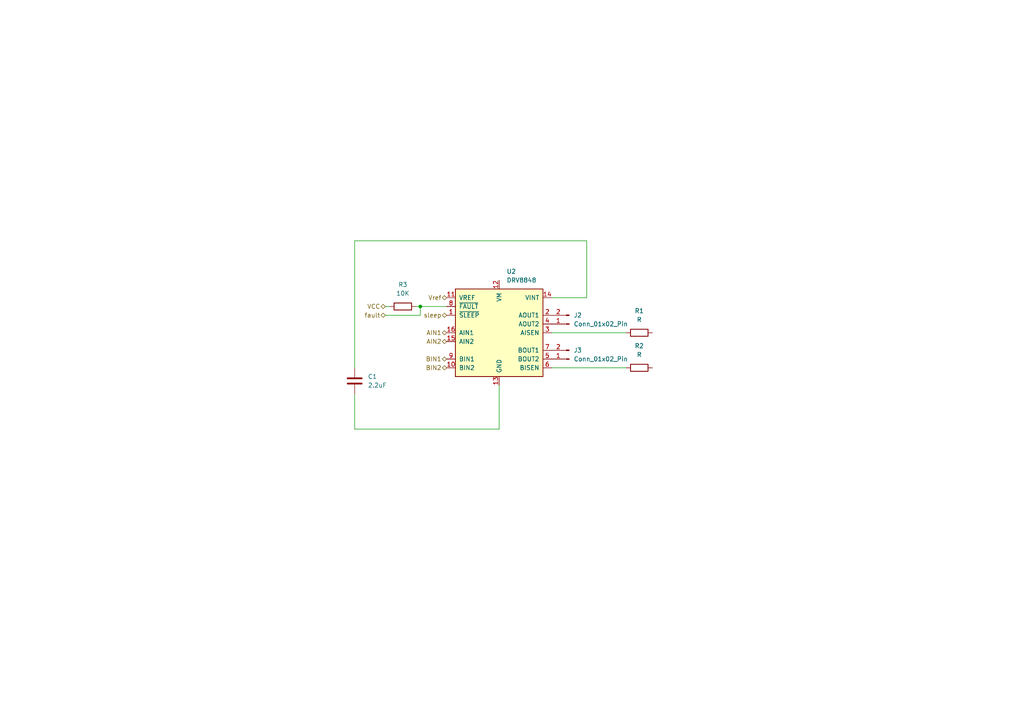
<source format=kicad_sch>
(kicad_sch
	(version 20250114)
	(generator "eeschema")
	(generator_version "9.0")
	(uuid "422b7dc0-f7d7-40f6-9c6d-2337fd7c3eab")
	(paper "A4")
	(lib_symbols
		(symbol "Connector:Conn_01x02_Pin"
			(pin_names
				(offset 1.016)
				(hide yes)
			)
			(exclude_from_sim no)
			(in_bom yes)
			(on_board yes)
			(property "Reference" "J"
				(at 0 2.54 0)
				(effects
					(font
						(size 1.27 1.27)
					)
				)
			)
			(property "Value" "Conn_01x02_Pin"
				(at 0 -5.08 0)
				(effects
					(font
						(size 1.27 1.27)
					)
				)
			)
			(property "Footprint" ""
				(at 0 0 0)
				(effects
					(font
						(size 1.27 1.27)
					)
					(hide yes)
				)
			)
			(property "Datasheet" "~"
				(at 0 0 0)
				(effects
					(font
						(size 1.27 1.27)
					)
					(hide yes)
				)
			)
			(property "Description" "Generic connector, single row, 01x02, script generated"
				(at 0 0 0)
				(effects
					(font
						(size 1.27 1.27)
					)
					(hide yes)
				)
			)
			(property "ki_locked" ""
				(at 0 0 0)
				(effects
					(font
						(size 1.27 1.27)
					)
				)
			)
			(property "ki_keywords" "connector"
				(at 0 0 0)
				(effects
					(font
						(size 1.27 1.27)
					)
					(hide yes)
				)
			)
			(property "ki_fp_filters" "Connector*:*_1x??_*"
				(at 0 0 0)
				(effects
					(font
						(size 1.27 1.27)
					)
					(hide yes)
				)
			)
			(symbol "Conn_01x02_Pin_1_1"
				(rectangle
					(start 0.8636 0.127)
					(end 0 -0.127)
					(stroke
						(width 0.1524)
						(type default)
					)
					(fill
						(type outline)
					)
				)
				(rectangle
					(start 0.8636 -2.413)
					(end 0 -2.667)
					(stroke
						(width 0.1524)
						(type default)
					)
					(fill
						(type outline)
					)
				)
				(polyline
					(pts
						(xy 1.27 0) (xy 0.8636 0)
					)
					(stroke
						(width 0.1524)
						(type default)
					)
					(fill
						(type none)
					)
				)
				(polyline
					(pts
						(xy 1.27 -2.54) (xy 0.8636 -2.54)
					)
					(stroke
						(width 0.1524)
						(type default)
					)
					(fill
						(type none)
					)
				)
				(pin passive line
					(at 5.08 0 180)
					(length 3.81)
					(name "Pin_1"
						(effects
							(font
								(size 1.27 1.27)
							)
						)
					)
					(number "1"
						(effects
							(font
								(size 1.27 1.27)
							)
						)
					)
				)
				(pin passive line
					(at 5.08 -2.54 180)
					(length 3.81)
					(name "Pin_2"
						(effects
							(font
								(size 1.27 1.27)
							)
						)
					)
					(number "2"
						(effects
							(font
								(size 1.27 1.27)
							)
						)
					)
				)
			)
			(embedded_fonts no)
		)
		(symbol "Device:C"
			(pin_numbers
				(hide yes)
			)
			(pin_names
				(offset 0.254)
			)
			(exclude_from_sim no)
			(in_bom yes)
			(on_board yes)
			(property "Reference" "C"
				(at 0.635 2.54 0)
				(effects
					(font
						(size 1.27 1.27)
					)
					(justify left)
				)
			)
			(property "Value" "C"
				(at 0.635 -2.54 0)
				(effects
					(font
						(size 1.27 1.27)
					)
					(justify left)
				)
			)
			(property "Footprint" ""
				(at 0.9652 -3.81 0)
				(effects
					(font
						(size 1.27 1.27)
					)
					(hide yes)
				)
			)
			(property "Datasheet" "~"
				(at 0 0 0)
				(effects
					(font
						(size 1.27 1.27)
					)
					(hide yes)
				)
			)
			(property "Description" "Unpolarized capacitor"
				(at 0 0 0)
				(effects
					(font
						(size 1.27 1.27)
					)
					(hide yes)
				)
			)
			(property "ki_keywords" "cap capacitor"
				(at 0 0 0)
				(effects
					(font
						(size 1.27 1.27)
					)
					(hide yes)
				)
			)
			(property "ki_fp_filters" "C_*"
				(at 0 0 0)
				(effects
					(font
						(size 1.27 1.27)
					)
					(hide yes)
				)
			)
			(symbol "C_0_1"
				(polyline
					(pts
						(xy -2.032 0.762) (xy 2.032 0.762)
					)
					(stroke
						(width 0.508)
						(type default)
					)
					(fill
						(type none)
					)
				)
				(polyline
					(pts
						(xy -2.032 -0.762) (xy 2.032 -0.762)
					)
					(stroke
						(width 0.508)
						(type default)
					)
					(fill
						(type none)
					)
				)
			)
			(symbol "C_1_1"
				(pin passive line
					(at 0 3.81 270)
					(length 2.794)
					(name "~"
						(effects
							(font
								(size 1.27 1.27)
							)
						)
					)
					(number "1"
						(effects
							(font
								(size 1.27 1.27)
							)
						)
					)
				)
				(pin passive line
					(at 0 -3.81 90)
					(length 2.794)
					(name "~"
						(effects
							(font
								(size 1.27 1.27)
							)
						)
					)
					(number "2"
						(effects
							(font
								(size 1.27 1.27)
							)
						)
					)
				)
			)
			(embedded_fonts no)
		)
		(symbol "Device:R"
			(pin_numbers
				(hide yes)
			)
			(pin_names
				(offset 0)
			)
			(exclude_from_sim no)
			(in_bom yes)
			(on_board yes)
			(property "Reference" "R"
				(at 2.032 0 90)
				(effects
					(font
						(size 1.27 1.27)
					)
				)
			)
			(property "Value" "R"
				(at 0 0 90)
				(effects
					(font
						(size 1.27 1.27)
					)
				)
			)
			(property "Footprint" ""
				(at -1.778 0 90)
				(effects
					(font
						(size 1.27 1.27)
					)
					(hide yes)
				)
			)
			(property "Datasheet" "~"
				(at 0 0 0)
				(effects
					(font
						(size 1.27 1.27)
					)
					(hide yes)
				)
			)
			(property "Description" "Resistor"
				(at 0 0 0)
				(effects
					(font
						(size 1.27 1.27)
					)
					(hide yes)
				)
			)
			(property "ki_keywords" "R res resistor"
				(at 0 0 0)
				(effects
					(font
						(size 1.27 1.27)
					)
					(hide yes)
				)
			)
			(property "ki_fp_filters" "R_*"
				(at 0 0 0)
				(effects
					(font
						(size 1.27 1.27)
					)
					(hide yes)
				)
			)
			(symbol "R_0_1"
				(rectangle
					(start -1.016 -2.54)
					(end 1.016 2.54)
					(stroke
						(width 0.254)
						(type default)
					)
					(fill
						(type none)
					)
				)
			)
			(symbol "R_1_1"
				(pin passive line
					(at 0 3.81 270)
					(length 1.27)
					(name "~"
						(effects
							(font
								(size 1.27 1.27)
							)
						)
					)
					(number "1"
						(effects
							(font
								(size 1.27 1.27)
							)
						)
					)
				)
				(pin passive line
					(at 0 -3.81 90)
					(length 1.27)
					(name "~"
						(effects
							(font
								(size 1.27 1.27)
							)
						)
					)
					(number "2"
						(effects
							(font
								(size 1.27 1.27)
							)
						)
					)
				)
			)
			(embedded_fonts no)
		)
		(symbol "Driver_Motor:DRV8848"
			(pin_names
				(offset 1.016)
			)
			(exclude_from_sim no)
			(in_bom yes)
			(on_board yes)
			(property "Reference" "U"
				(at -11.43 14.224 0)
				(effects
					(font
						(size 1.27 1.27)
					)
				)
			)
			(property "Value" "DRV8848"
				(at 7.366 14.224 0)
				(effects
					(font
						(size 1.27 1.27)
					)
				)
			)
			(property "Footprint" "Package_SO:TSSOP-16-1EP_4.4x5mm_P0.65mm"
				(at 0 -17.78 0)
				(effects
					(font
						(size 1.27 1.27)
					)
					(hide yes)
				)
			)
			(property "Datasheet" "http://www.ti.com/lit/ds/symlink/drv8848.pdf"
				(at -29.21 34.29 0)
				(effects
					(font
						(size 1.27 1.27)
					)
					(hide yes)
				)
			)
			(property "Description" "Dual H-Bridge motor driver, PWM controlled, single/dual brushed DC stepper, +2 to +18 VDD, TSSOP-16"
				(at 0 0 0)
				(effects
					(font
						(size 1.27 1.27)
					)
					(hide yes)
				)
			)
			(property "ki_keywords" "Dual H-Bridge motor driver"
				(at 0 0 0)
				(effects
					(font
						(size 1.27 1.27)
					)
					(hide yes)
				)
			)
			(property "ki_fp_filters" "TSSOP*1EP*4.4x5mm*P0.65mm*"
				(at 0 0 0)
				(effects
					(font
						(size 1.27 1.27)
					)
					(hide yes)
				)
			)
			(symbol "DRV8848_0_1"
				(rectangle
					(start -12.7 12.7)
					(end 12.7 -12.7)
					(stroke
						(width 0.254)
						(type default)
					)
					(fill
						(type background)
					)
				)
			)
			(symbol "DRV8848_1_1"
				(pin input line
					(at -15.24 10.16 0)
					(length 2.54)
					(name "VREF"
						(effects
							(font
								(size 1.27 1.27)
							)
						)
					)
					(number "11"
						(effects
							(font
								(size 1.27 1.27)
							)
						)
					)
				)
				(pin open_collector line
					(at -15.24 7.62 0)
					(length 2.54)
					(name "~{FAULT}"
						(effects
							(font
								(size 1.27 1.27)
							)
						)
					)
					(number "8"
						(effects
							(font
								(size 1.27 1.27)
							)
						)
					)
				)
				(pin input line
					(at -15.24 5.08 0)
					(length 2.54)
					(name "~{SLEEP}"
						(effects
							(font
								(size 1.27 1.27)
							)
						)
					)
					(number "1"
						(effects
							(font
								(size 1.27 1.27)
							)
						)
					)
				)
				(pin input line
					(at -15.24 0 0)
					(length 2.54)
					(name "AIN1"
						(effects
							(font
								(size 1.27 1.27)
							)
						)
					)
					(number "16"
						(effects
							(font
								(size 1.27 1.27)
							)
						)
					)
				)
				(pin input line
					(at -15.24 -2.54 0)
					(length 2.54)
					(name "AIN2"
						(effects
							(font
								(size 1.27 1.27)
							)
						)
					)
					(number "15"
						(effects
							(font
								(size 1.27 1.27)
							)
						)
					)
				)
				(pin input line
					(at -15.24 -7.62 0)
					(length 2.54)
					(name "BIN1"
						(effects
							(font
								(size 1.27 1.27)
							)
						)
					)
					(number "9"
						(effects
							(font
								(size 1.27 1.27)
							)
						)
					)
				)
				(pin input line
					(at -15.24 -10.16 0)
					(length 2.54)
					(name "BIN2"
						(effects
							(font
								(size 1.27 1.27)
							)
						)
					)
					(number "10"
						(effects
							(font
								(size 1.27 1.27)
							)
						)
					)
				)
				(pin power_in line
					(at 0 15.24 270)
					(length 2.54)
					(name "VM"
						(effects
							(font
								(size 1.27 1.27)
							)
						)
					)
					(number "12"
						(effects
							(font
								(size 1.27 1.27)
							)
						)
					)
				)
				(pin power_in line
					(at 0 -15.24 90)
					(length 2.54)
					(name "GND"
						(effects
							(font
								(size 1.27 1.27)
							)
						)
					)
					(number "13"
						(effects
							(font
								(size 1.27 1.27)
							)
						)
					)
				)
				(pin passive line
					(at 0 -15.24 90)
					(length 2.54)
					(hide yes)
					(name "GND"
						(effects
							(font
								(size 1.27 1.27)
							)
						)
					)
					(number "17"
						(effects
							(font
								(size 1.27 1.27)
							)
						)
					)
				)
				(pin passive line
					(at 15.24 10.16 180)
					(length 2.54)
					(name "VINT"
						(effects
							(font
								(size 1.27 1.27)
							)
						)
					)
					(number "14"
						(effects
							(font
								(size 1.27 1.27)
							)
						)
					)
				)
				(pin output line
					(at 15.24 5.08 180)
					(length 2.54)
					(name "AOUT1"
						(effects
							(font
								(size 1.27 1.27)
							)
						)
					)
					(number "2"
						(effects
							(font
								(size 1.27 1.27)
							)
						)
					)
				)
				(pin output line
					(at 15.24 2.54 180)
					(length 2.54)
					(name "AOUT2"
						(effects
							(font
								(size 1.27 1.27)
							)
						)
					)
					(number "4"
						(effects
							(font
								(size 1.27 1.27)
							)
						)
					)
				)
				(pin passive line
					(at 15.24 0 180)
					(length 2.54)
					(name "AISEN"
						(effects
							(font
								(size 1.27 1.27)
							)
						)
					)
					(number "3"
						(effects
							(font
								(size 1.27 1.27)
							)
						)
					)
				)
				(pin output line
					(at 15.24 -5.08 180)
					(length 2.54)
					(name "BOUT1"
						(effects
							(font
								(size 1.27 1.27)
							)
						)
					)
					(number "7"
						(effects
							(font
								(size 1.27 1.27)
							)
						)
					)
				)
				(pin output line
					(at 15.24 -7.62 180)
					(length 2.54)
					(name "BOUT2"
						(effects
							(font
								(size 1.27 1.27)
							)
						)
					)
					(number "5"
						(effects
							(font
								(size 1.27 1.27)
							)
						)
					)
				)
				(pin passive line
					(at 15.24 -10.16 180)
					(length 2.54)
					(name "BISEN"
						(effects
							(font
								(size 1.27 1.27)
							)
						)
					)
					(number "6"
						(effects
							(font
								(size 1.27 1.27)
							)
						)
					)
				)
			)
			(embedded_fonts no)
		)
	)
	(junction
		(at 121.92 88.9)
		(diameter 0)
		(color 0 0 0 0)
		(uuid "f4cd7bff-b1d9-47b2-af72-cd86a2ecfc05")
	)
	(wire
		(pts
			(xy 111.76 91.44) (xy 121.92 91.44)
		)
		(stroke
			(width 0)
			(type default)
		)
		(uuid "119586d8-1c7a-42a9-80d6-40a73bcfdf55")
	)
	(wire
		(pts
			(xy 160.02 96.52) (xy 181.61 96.52)
		)
		(stroke
			(width 0)
			(type default)
		)
		(uuid "1d64fc65-b737-476f-9c28-16c71398a82b")
	)
	(wire
		(pts
			(xy 144.78 124.46) (xy 102.87 124.46)
		)
		(stroke
			(width 0)
			(type default)
		)
		(uuid "31490764-800f-4182-960e-5a4971fff901")
	)
	(wire
		(pts
			(xy 102.87 69.85) (xy 170.18 69.85)
		)
		(stroke
			(width 0)
			(type default)
		)
		(uuid "3545ea8a-fef1-4af4-a9a5-7cdf9966d004")
	)
	(wire
		(pts
			(xy 160.02 86.36) (xy 170.18 86.36)
		)
		(stroke
			(width 0)
			(type default)
		)
		(uuid "47afe28f-7610-4e57-9198-961437d4da5d")
	)
	(wire
		(pts
			(xy 102.87 124.46) (xy 102.87 114.3)
		)
		(stroke
			(width 0)
			(type default)
		)
		(uuid "522b04a0-10f6-45ca-99fe-ba05cba2e0ab")
	)
	(wire
		(pts
			(xy 111.76 88.9) (xy 113.03 88.9)
		)
		(stroke
			(width 0)
			(type default)
		)
		(uuid "73228335-fa6a-48e0-8299-c080112a7be2")
	)
	(wire
		(pts
			(xy 144.78 111.76) (xy 144.78 124.46)
		)
		(stroke
			(width 0)
			(type default)
		)
		(uuid "7f1dba92-7866-491b-ae53-2cbc2e3aaf8a")
	)
	(wire
		(pts
			(xy 170.18 86.36) (xy 170.18 69.85)
		)
		(stroke
			(width 0)
			(type default)
		)
		(uuid "bf5bb7aa-a471-4dec-9028-83ab6eed9098")
	)
	(wire
		(pts
			(xy 160.02 106.68) (xy 181.61 106.68)
		)
		(stroke
			(width 0)
			(type default)
		)
		(uuid "d25bfd57-f19f-454e-9c09-136a113f5e61")
	)
	(wire
		(pts
			(xy 102.87 106.68) (xy 102.87 69.85)
		)
		(stroke
			(width 0)
			(type default)
		)
		(uuid "d8410511-169c-4b75-9285-e2ffe7f792ce")
	)
	(wire
		(pts
			(xy 121.92 88.9) (xy 121.92 91.44)
		)
		(stroke
			(width 0)
			(type default)
		)
		(uuid "eaeb24ee-4f71-4500-9e68-d6eaf1e4cefd")
	)
	(wire
		(pts
			(xy 120.65 88.9) (xy 121.92 88.9)
		)
		(stroke
			(width 0)
			(type default)
		)
		(uuid "fce3a248-c688-4ffa-ab94-d80ab130ea7d")
	)
	(wire
		(pts
			(xy 121.92 88.9) (xy 129.54 88.9)
		)
		(stroke
			(width 0)
			(type default)
		)
		(uuid "fdb8be3c-4811-4965-95f0-24e1f2f00990")
	)
	(hierarchical_label "VCC"
		(shape bidirectional)
		(at 111.76 88.9 180)
		(effects
			(font
				(size 1.27 1.27)
			)
			(justify right)
		)
		(uuid "5e18829e-7728-437f-b44e-71e94fe43fd3")
	)
	(hierarchical_label "BIN2"
		(shape bidirectional)
		(at 129.54 106.68 180)
		(effects
			(font
				(size 1.27 1.27)
			)
			(justify right)
		)
		(uuid "62d0dc80-a716-4845-b259-d7929c86c6fc")
	)
	(hierarchical_label "AIN1"
		(shape bidirectional)
		(at 129.54 96.52 180)
		(effects
			(font
				(size 1.27 1.27)
			)
			(justify right)
		)
		(uuid "7c238fcb-0c71-4952-93fe-3188ac25e893")
	)
	(hierarchical_label "Vref"
		(shape bidirectional)
		(at 129.54 86.36 180)
		(effects
			(font
				(size 1.27 1.27)
			)
			(justify right)
		)
		(uuid "a8d067db-70a7-496a-82e0-f989648b1ad3")
	)
	(hierarchical_label "fault"
		(shape bidirectional)
		(at 111.76 91.44 180)
		(effects
			(font
				(size 1.27 1.27)
			)
			(justify right)
		)
		(uuid "b077ff5c-5401-4bb9-b72c-8c1a46f020e4")
	)
	(hierarchical_label "sleep"
		(shape bidirectional)
		(at 129.54 91.44 180)
		(effects
			(font
				(size 1.27 1.27)
			)
			(justify right)
		)
		(uuid "c6fb0f9d-fd86-454f-816b-c871ad87b2d0")
	)
	(hierarchical_label "AIN2"
		(shape bidirectional)
		(at 129.54 99.06 180)
		(effects
			(font
				(size 1.27 1.27)
			)
			(justify right)
		)
		(uuid "d68a9f99-f57f-4d60-9324-452145d956a8")
	)
	(hierarchical_label "BIN1"
		(shape bidirectional)
		(at 129.54 104.14 180)
		(effects
			(font
				(size 1.27 1.27)
			)
			(justify right)
		)
		(uuid "ffb4493c-5c9f-4c3c-a29a-2e64f1edfeb4")
	)
	(symbol
		(lib_id "Driver_Motor:DRV8848")
		(at 144.78 96.52 0)
		(unit 1)
		(exclude_from_sim no)
		(in_bom yes)
		(on_board yes)
		(dnp no)
		(fields_autoplaced yes)
		(uuid "03695023-d1ed-4c9b-933a-6e30e0f4f243")
		(property "Reference" "U2"
			(at 146.9233 78.74 0)
			(effects
				(font
					(size 1.27 1.27)
				)
				(justify left)
			)
		)
		(property "Value" "DRV8848"
			(at 146.9233 81.28 0)
			(effects
				(font
					(size 1.27 1.27)
				)
				(justify left)
			)
		)
		(property "Footprint" "Package_SO:TSSOP-16-1EP_4.4x5mm_P0.65mm"
			(at 144.78 114.3 0)
			(effects
				(font
					(size 1.27 1.27)
				)
				(hide yes)
			)
		)
		(property "Datasheet" "http://www.ti.com/lit/ds/symlink/drv8848.pdf"
			(at 115.57 62.23 0)
			(effects
				(font
					(size 1.27 1.27)
				)
				(hide yes)
			)
		)
		(property "Description" "Dual H-Bridge motor driver, PWM controlled, single/dual brushed DC stepper, +2 to +18 VDD, TSSOP-16"
			(at 144.78 96.52 0)
			(effects
				(font
					(size 1.27 1.27)
				)
				(hide yes)
			)
		)
		(pin "9"
			(uuid "f600edea-f578-480d-be4a-fc4191b188ef")
		)
		(pin "10"
			(uuid "e12cb9f2-6d58-4353-aa69-2db75435dd37")
		)
		(pin "7"
			(uuid "6d3b6cea-d14a-4cbe-a57c-2288ca4220be")
		)
		(pin "5"
			(uuid "6ece1df5-136c-47df-99c6-a159c1d94113")
		)
		(pin "1"
			(uuid "dcba7799-9a1f-4cfd-b33e-c3eab7f12eaf")
		)
		(pin "3"
			(uuid "34661fcf-c3e8-4670-ac52-e413418c5023")
		)
		(pin "13"
			(uuid "67b98797-e61d-419e-92ba-7e6f72965080")
		)
		(pin "2"
			(uuid "59c44a88-fdb7-4467-9ea9-6123d722518c")
		)
		(pin "16"
			(uuid "c7301cc7-ea5a-4624-8424-c83918cd691a")
		)
		(pin "8"
			(uuid "d50dbcf2-1c22-4917-86f0-9350272166d6")
		)
		(pin "12"
			(uuid "62118151-3894-48a8-89a8-687689798aca")
		)
		(pin "17"
			(uuid "6c0fbe4a-7caf-4814-936f-a36751229ca2")
		)
		(pin "4"
			(uuid "e22f435a-4019-420e-a17f-b96c9d0de381")
		)
		(pin "6"
			(uuid "d3d6ad5a-3ace-4173-8c43-f40460fd4bf8")
		)
		(pin "11"
			(uuid "e70c6d79-52c4-43af-b554-6fb193a1a06b")
		)
		(pin "14"
			(uuid "a70013b3-e53f-4038-99d8-8b2f8a3256e0")
		)
		(pin "15"
			(uuid "d462e39d-8136-4b92-b9b7-81cb80272824")
		)
		(instances
			(project "ESPNOW"
				(path "/4373db5e-45ad-49d8-b52e-f9391bdc31f2/e4fa1d11-77b1-4d58-8e39-45eed636766b"
					(reference "U2")
					(unit 1)
				)
			)
		)
	)
	(symbol
		(lib_id "Connector:Conn_01x02_Pin")
		(at 165.1 104.14 180)
		(unit 1)
		(exclude_from_sim no)
		(in_bom yes)
		(on_board yes)
		(dnp no)
		(fields_autoplaced yes)
		(uuid "7a9e357d-01a2-49af-9e04-371b9b1381d7")
		(property "Reference" "J3"
			(at 166.37 101.5999 0)
			(effects
				(font
					(size 1.27 1.27)
				)
				(justify right)
			)
		)
		(property "Value" "Conn_01x02_Pin"
			(at 166.37 104.1399 0)
			(effects
				(font
					(size 1.27 1.27)
				)
				(justify right)
			)
		)
		(property "Footprint" ""
			(at 165.1 104.14 0)
			(effects
				(font
					(size 1.27 1.27)
				)
				(hide yes)
			)
		)
		(property "Datasheet" "~"
			(at 165.1 104.14 0)
			(effects
				(font
					(size 1.27 1.27)
				)
				(hide yes)
			)
		)
		(property "Description" "Generic connector, single row, 01x02, script generated"
			(at 165.1 104.14 0)
			(effects
				(font
					(size 1.27 1.27)
				)
				(hide yes)
			)
		)
		(pin "1"
			(uuid "f13de3c5-e52a-4db3-8f8d-b0fc3d93cc72")
		)
		(pin "2"
			(uuid "ef04c897-69b4-4322-99c4-16f77fa90279")
		)
		(instances
			(project ""
				(path "/4373db5e-45ad-49d8-b52e-f9391bdc31f2/e4fa1d11-77b1-4d58-8e39-45eed636766b"
					(reference "J3")
					(unit 1)
				)
			)
		)
	)
	(symbol
		(lib_id "Device:R")
		(at 116.84 88.9 90)
		(unit 1)
		(exclude_from_sim no)
		(in_bom yes)
		(on_board yes)
		(dnp no)
		(fields_autoplaced yes)
		(uuid "8a03e51d-1d6c-4a2f-aa13-bd327c5da42d")
		(property "Reference" "R3"
			(at 116.84 82.55 90)
			(effects
				(font
					(size 1.27 1.27)
				)
			)
		)
		(property "Value" "10K"
			(at 116.84 85.09 90)
			(effects
				(font
					(size 1.27 1.27)
				)
			)
		)
		(property "Footprint" ""
			(at 116.84 90.678 90)
			(effects
				(font
					(size 1.27 1.27)
				)
				(hide yes)
			)
		)
		(property "Datasheet" "~"
			(at 116.84 88.9 0)
			(effects
				(font
					(size 1.27 1.27)
				)
				(hide yes)
			)
		)
		(property "Description" "Resistor"
			(at 116.84 88.9 0)
			(effects
				(font
					(size 1.27 1.27)
				)
				(hide yes)
			)
		)
		(pin "1"
			(uuid "3f6f770e-1547-47b4-9721-b43d8cfa975f")
		)
		(pin "2"
			(uuid "ac10997e-a3e0-4a19-8714-c29d5783c52a")
		)
		(instances
			(project ""
				(path "/4373db5e-45ad-49d8-b52e-f9391bdc31f2/e4fa1d11-77b1-4d58-8e39-45eed636766b"
					(reference "R3")
					(unit 1)
				)
			)
		)
	)
	(symbol
		(lib_id "Device:R")
		(at 185.42 96.52 90)
		(unit 1)
		(exclude_from_sim no)
		(in_bom yes)
		(on_board yes)
		(dnp no)
		(fields_autoplaced yes)
		(uuid "a36584fe-d204-4f1f-99cc-8c89ed096ac8")
		(property "Reference" "R1"
			(at 185.42 90.17 90)
			(effects
				(font
					(size 1.27 1.27)
				)
			)
		)
		(property "Value" "R"
			(at 185.42 92.71 90)
			(effects
				(font
					(size 1.27 1.27)
				)
			)
		)
		(property "Footprint" ""
			(at 185.42 98.298 90)
			(effects
				(font
					(size 1.27 1.27)
				)
				(hide yes)
			)
		)
		(property "Datasheet" "~"
			(at 185.42 96.52 0)
			(effects
				(font
					(size 1.27 1.27)
				)
				(hide yes)
			)
		)
		(property "Description" "Resistor"
			(at 185.42 96.52 0)
			(effects
				(font
					(size 1.27 1.27)
				)
				(hide yes)
			)
		)
		(pin "1"
			(uuid "2257488d-500b-4418-ad5f-f7b804db4094")
		)
		(pin "2"
			(uuid "7e8ecbd0-65c8-4e03-9954-8c798e2402c2")
		)
		(instances
			(project ""
				(path "/4373db5e-45ad-49d8-b52e-f9391bdc31f2/e4fa1d11-77b1-4d58-8e39-45eed636766b"
					(reference "R1")
					(unit 1)
				)
			)
		)
	)
	(symbol
		(lib_id "Device:C")
		(at 102.87 110.49 0)
		(unit 1)
		(exclude_from_sim no)
		(in_bom yes)
		(on_board yes)
		(dnp no)
		(fields_autoplaced yes)
		(uuid "c9029dac-6d5d-4d59-b4c6-4c92b2b7d4c5")
		(property "Reference" "C1"
			(at 106.68 109.2199 0)
			(effects
				(font
					(size 1.27 1.27)
				)
				(justify left)
			)
		)
		(property "Value" "2.2uF"
			(at 106.68 111.7599 0)
			(effects
				(font
					(size 1.27 1.27)
				)
				(justify left)
			)
		)
		(property "Footprint" ""
			(at 103.8352 114.3 0)
			(effects
				(font
					(size 1.27 1.27)
				)
				(hide yes)
			)
		)
		(property "Datasheet" "~"
			(at 102.87 110.49 0)
			(effects
				(font
					(size 1.27 1.27)
				)
				(hide yes)
			)
		)
		(property "Description" "Unpolarized capacitor"
			(at 102.87 110.49 0)
			(effects
				(font
					(size 1.27 1.27)
				)
				(hide yes)
			)
		)
		(pin "2"
			(uuid "4c688d74-5d29-4c2e-8cc1-00f939ae3220")
		)
		(pin "1"
			(uuid "95c5d939-cc2e-4ec2-a6dc-55a5ebf52dc1")
		)
		(instances
			(project ""
				(path "/4373db5e-45ad-49d8-b52e-f9391bdc31f2/e4fa1d11-77b1-4d58-8e39-45eed636766b"
					(reference "C1")
					(unit 1)
				)
			)
		)
	)
	(symbol
		(lib_id "Device:R")
		(at 185.42 106.68 90)
		(unit 1)
		(exclude_from_sim no)
		(in_bom yes)
		(on_board yes)
		(dnp no)
		(fields_autoplaced yes)
		(uuid "e65bcbec-2949-433b-9d7a-3f127027ed6e")
		(property "Reference" "R2"
			(at 185.42 100.33 90)
			(effects
				(font
					(size 1.27 1.27)
				)
			)
		)
		(property "Value" "R"
			(at 185.42 102.87 90)
			(effects
				(font
					(size 1.27 1.27)
				)
			)
		)
		(property "Footprint" ""
			(at 185.42 108.458 90)
			(effects
				(font
					(size 1.27 1.27)
				)
				(hide yes)
			)
		)
		(property "Datasheet" "~"
			(at 185.42 106.68 0)
			(effects
				(font
					(size 1.27 1.27)
				)
				(hide yes)
			)
		)
		(property "Description" "Resistor"
			(at 185.42 106.68 0)
			(effects
				(font
					(size 1.27 1.27)
				)
				(hide yes)
			)
		)
		(pin "1"
			(uuid "2257488d-500b-4418-ad5f-f7b804db4094")
		)
		(pin "2"
			(uuid "7e8ecbd0-65c8-4e03-9954-8c798e2402c2")
		)
		(instances
			(project ""
				(path "/4373db5e-45ad-49d8-b52e-f9391bdc31f2/e4fa1d11-77b1-4d58-8e39-45eed636766b"
					(reference "R2")
					(unit 1)
				)
			)
		)
	)
	(symbol
		(lib_id "Connector:Conn_01x02_Pin")
		(at 165.1 93.98 180)
		(unit 1)
		(exclude_from_sim no)
		(in_bom yes)
		(on_board yes)
		(dnp no)
		(fields_autoplaced yes)
		(uuid "e66e090f-6ed3-4a69-a2f6-7a217bba8cdd")
		(property "Reference" "J2"
			(at 166.37 91.4399 0)
			(effects
				(font
					(size 1.27 1.27)
				)
				(justify right)
			)
		)
		(property "Value" "Conn_01x02_Pin"
			(at 166.37 93.9799 0)
			(effects
				(font
					(size 1.27 1.27)
				)
				(justify right)
			)
		)
		(property "Footprint" ""
			(at 165.1 93.98 0)
			(effects
				(font
					(size 1.27 1.27)
				)
				(hide yes)
			)
		)
		(property "Datasheet" "~"
			(at 165.1 93.98 0)
			(effects
				(font
					(size 1.27 1.27)
				)
				(hide yes)
			)
		)
		(property "Description" "Generic connector, single row, 01x02, script generated"
			(at 165.1 93.98 0)
			(effects
				(font
					(size 1.27 1.27)
				)
				(hide yes)
			)
		)
		(pin "1"
			(uuid "f13de3c5-e52a-4db3-8f8d-b0fc3d93cc72")
		)
		(pin "2"
			(uuid "ef04c897-69b4-4322-99c4-16f77fa90279")
		)
		(instances
			(project ""
				(path "/4373db5e-45ad-49d8-b52e-f9391bdc31f2/e4fa1d11-77b1-4d58-8e39-45eed636766b"
					(reference "J2")
					(unit 1)
				)
			)
		)
	)
)

</source>
